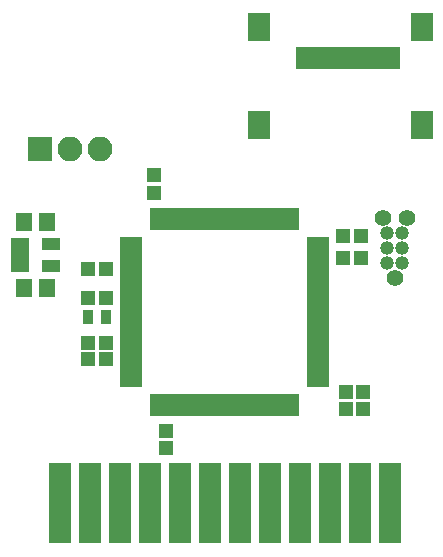
<source format=gts>
G04 #@! TF.FileFunction,Soldermask,Top*
%FSLAX46Y46*%
G04 Gerber Fmt 4.6, Leading zero omitted, Abs format (unit mm)*
G04 Created by KiCad (PCBNEW 4.0.7) date 10/01/18 20:06:01*
%MOMM*%
%LPD*%
G01*
G04 APERTURE LIST*
%ADD10C,0.100000*%
%ADD11R,1.900000X0.680000*%
%ADD12R,0.680000X1.900000*%
%ADD13R,1.200000X1.150000*%
%ADD14R,1.150000X1.200000*%
%ADD15R,1.400000X1.650000*%
%ADD16R,1.924000X6.877000*%
%ADD17R,1.850000X2.400000*%
%ADD18R,1.200000X1.900000*%
%ADD19C,1.390600*%
%ADD20C,1.187400*%
%ADD21R,0.900000X1.300000*%
%ADD22R,1.620000X1.050000*%
%ADD23R,2.100000X2.100000*%
%ADD24O,2.100000X2.100000*%
G04 APERTURE END LIST*
D10*
D11*
X92100000Y-74000000D03*
X92100000Y-74500000D03*
X92100000Y-75000000D03*
X92100000Y-75500000D03*
X92100000Y-76000000D03*
X92100000Y-76500000D03*
X92100000Y-77000000D03*
X92100000Y-77500000D03*
X92100000Y-78000000D03*
X92100000Y-78500000D03*
X92100000Y-79000000D03*
X92100000Y-79500000D03*
X92100000Y-80000000D03*
X92100000Y-80500000D03*
X92100000Y-81000000D03*
X92100000Y-81500000D03*
X92100000Y-82000000D03*
X92100000Y-82500000D03*
X92100000Y-83000000D03*
X92100000Y-83500000D03*
X92100000Y-84000000D03*
X92100000Y-84500000D03*
X92100000Y-85000000D03*
X92100000Y-85500000D03*
X92100000Y-86000000D03*
D12*
X94000000Y-87900000D03*
X94500000Y-87900000D03*
X95000000Y-87900000D03*
X95500000Y-87900000D03*
X96000000Y-87900000D03*
X96500000Y-87900000D03*
X97000000Y-87900000D03*
X97500000Y-87900000D03*
X98000000Y-87900000D03*
X98500000Y-87900000D03*
X99000000Y-87900000D03*
X99500000Y-87900000D03*
X100000000Y-87900000D03*
X100500000Y-87900000D03*
X101000000Y-87900000D03*
X101500000Y-87900000D03*
X102000000Y-87900000D03*
X102500000Y-87900000D03*
X103000000Y-87900000D03*
X103500000Y-87900000D03*
X104000000Y-87900000D03*
X104500000Y-87900000D03*
X105000000Y-87900000D03*
X105500000Y-87900000D03*
X106000000Y-87900000D03*
D11*
X107900000Y-86000000D03*
X107900000Y-85500000D03*
X107900000Y-85000000D03*
X107900000Y-84500000D03*
X107900000Y-84000000D03*
X107900000Y-83500000D03*
X107900000Y-83000000D03*
X107900000Y-82500000D03*
X107900000Y-82000000D03*
X107900000Y-81500000D03*
X107900000Y-81000000D03*
X107900000Y-80500000D03*
X107900000Y-80000000D03*
X107900000Y-79500000D03*
X107900000Y-79000000D03*
X107900000Y-78500000D03*
X107900000Y-78000000D03*
X107900000Y-77500000D03*
X107900000Y-77000000D03*
X107900000Y-76500000D03*
X107900000Y-76000000D03*
X107900000Y-75500000D03*
X107900000Y-75000000D03*
X107900000Y-74500000D03*
X107900000Y-74000000D03*
D12*
X106000000Y-72100000D03*
X105500000Y-72100000D03*
X105000000Y-72100000D03*
X104500000Y-72100000D03*
X104000000Y-72100000D03*
X103500000Y-72100000D03*
X103000000Y-72100000D03*
X102500000Y-72100000D03*
X102000000Y-72100000D03*
X101500000Y-72100000D03*
X101000000Y-72100000D03*
X100500000Y-72100000D03*
X100000000Y-72100000D03*
X99500000Y-72100000D03*
X99000000Y-72100000D03*
X98500000Y-72100000D03*
X98000000Y-72100000D03*
X97500000Y-72100000D03*
X97000000Y-72100000D03*
X96500000Y-72100000D03*
X96000000Y-72100000D03*
X95500000Y-72100000D03*
X95000000Y-72100000D03*
X94500000Y-72100000D03*
X94000000Y-72100000D03*
D13*
X111750000Y-88200000D03*
X110250000Y-88200000D03*
X111550000Y-75400000D03*
X110050000Y-75400000D03*
X88450000Y-84000000D03*
X89950000Y-84000000D03*
D14*
X95000000Y-91550000D03*
X95000000Y-90050000D03*
D13*
X88450000Y-78800000D03*
X89950000Y-78800000D03*
D15*
X83000000Y-78000000D03*
X85000000Y-78000000D03*
D14*
X94000000Y-68450000D03*
X94000000Y-69950000D03*
D13*
X88450000Y-76400000D03*
X89950000Y-76400000D03*
X111550000Y-73600000D03*
X110050000Y-73600000D03*
X111750000Y-86800000D03*
X110250000Y-86800000D03*
D15*
X85000000Y-72400000D03*
X83000000Y-72400000D03*
D16*
X113970000Y-96190000D03*
X111430000Y-96190000D03*
X108890000Y-96190000D03*
X106350000Y-96190000D03*
X103810000Y-96190000D03*
X101270000Y-96190000D03*
X98730000Y-96190000D03*
X96190000Y-96190000D03*
X93650000Y-96190000D03*
X91110000Y-96190000D03*
X88570000Y-96190000D03*
X86030000Y-96190000D03*
D17*
X116675000Y-55900000D03*
X102925000Y-55900000D03*
X102925000Y-64200000D03*
X116675000Y-64200000D03*
D18*
X114300000Y-58500000D03*
X113200000Y-58500000D03*
X112100000Y-58500000D03*
X111000000Y-58500000D03*
X109900000Y-58500000D03*
X108800000Y-58500000D03*
X107700000Y-58500000D03*
X106600000Y-58500000D03*
D19*
X113384000Y-72060000D03*
X115416000Y-72060000D03*
X114400000Y-77140000D03*
D20*
X115035000Y-75870000D03*
X113765000Y-75870000D03*
X115035000Y-74600000D03*
X113765000Y-74600000D03*
X115035000Y-73330000D03*
X113765000Y-73330000D03*
D21*
X88450000Y-80400000D03*
X89950000Y-80400000D03*
D22*
X82690000Y-74250000D03*
X82690000Y-75200000D03*
X82690000Y-76150000D03*
X85310000Y-76150000D03*
X85310000Y-74250000D03*
D13*
X88450000Y-82600000D03*
X89950000Y-82600000D03*
D23*
X84400000Y-66200000D03*
D24*
X86940000Y-66200000D03*
X89480000Y-66200000D03*
M02*

</source>
